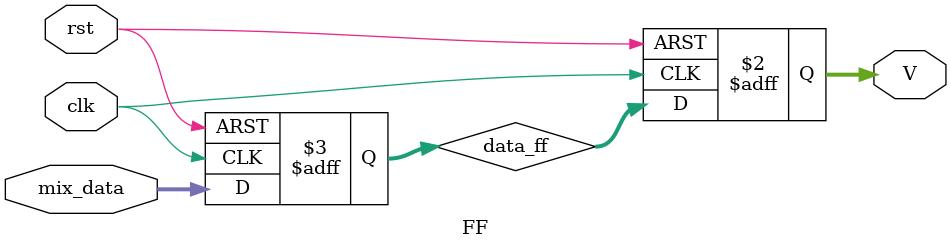
<source format=v>
module FF(
    input clk,
    input rst,
    input [7:0] mix_data,
    output reg [7:0] V
);

reg [7:0] data_ff;


always @(posedge clk or posedge rst) begin
    if (rst) begin
        data_ff <= 8'b0;
        V <= 8'b0;
    end
    else begin
        data_ff <= mix_data;
        V <= data_ff;
    end
end

endmodule
</source>
